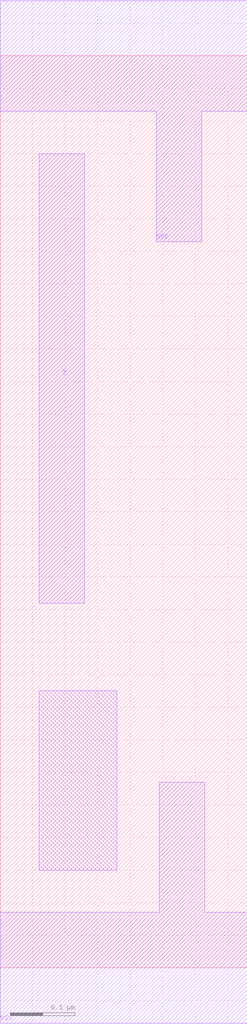
<source format=lef>
# 
# ******************************************************************************
# *                                                                            *
# *                   Copyright (C) 2004-2010, Nangate Inc.                    *
# *                           All rights reserved.                             *
# *                                                                            *
# * Nangate and the Nangate logo are trademarks of Nangate Inc.                *
# *                                                                            *
# * All trademarks, logos, software marks, and trade names (collectively the   *
# * "Marks") in this program are proprietary to Nangate or other respective    *
# * owners that have granted Nangate the right and license to use such Marks.  *
# * You are not permitted to use the Marks without the prior written consent   *
# * of Nangate or such third party that may own the Marks.                     *
# *                                                                            *
# * This file has been provided pursuant to a License Agreement containing     *
# * restrictions on its use. This file contains valuable trade secrets and     *
# * proprietary information of Nangate Inc., and is protected by U.S. and      *
# * international laws and/or treaties.                                        *
# *                                                                            *
# * The copyright notice(s) in this file does not indicate actual or intended  *
# * publication of this file.                                                  *
# *                                                                            *
# *     NGLibraryCreator, v2010.08-HR32-SP3-2010-08-05 - build 1009061800      *
# *                                                                            *
# ******************************************************************************
# 
# 
# Running on brazil06.nangate.com.br for user Giancarlo Franciscatto (gfr).
# Local time is now Fri, 3 Dec 2010, 19:32:18.
# Main process id is 27821.

VERSION 5.6 ;
BUSBITCHARS "[]" ;
DIVIDERCHAR "/" ;

MACRO LOGIC1_X1
  CLASS core ;
  FOREIGN LOGIC1_X1 0.0 0.0 ;
  ORIGIN 0 0 ;
  SYMMETRY X Y ;
  SITE FreePDK45_38x28_10R_NP_162NW_34O ;
  SIZE 0.38 BY 1.4 ;
  PIN Z
    DIRECTION OUTPUT ;
    ANTENNAPARTIALMETALAREA 0.0483 LAYER metal1 ;
    ANTENNAPARTIALMETALSIDEAREA 0.1976 LAYER metal1 ;
    ANTENNADIFFAREA 0.014175 ;
    PORT
      LAYER metal1 ;
        POLYGON 0.06 0.56 0.13 0.56 0.13 1.25 0.06 1.25  ;
    END
  END Z
  PIN VDD
    DIRECTION INOUT ;
    USE power ;
    SHAPE ABUTMENT ;
    PORT
      LAYER metal1 ;
        POLYGON 0 1.315 0.18 1.315 0.24 1.315 0.24 1.115 0.31 1.115 0.31 1.315 0.38 1.315 0.38 1.485 0.18 1.485 0 1.485  ;
    END
  END VDD
  PIN VSS
    DIRECTION INOUT ;
    USE ground ;
    SHAPE ABUTMENT ;
    PORT
      LAYER metal1 ;
        POLYGON 0 -0.085 0.38 -0.085 0.38 0.085 0.315 0.085 0.315 0.285 0.245 0.285 0.245 0.085 0 0.085  ;
    END
  END VSS
  OBS
      LAYER metal1 ;
        POLYGON 0.06 0.15 0.18 0.15 0.18 0.425 0.06 0.425  ;
  END
END LOGIC1_X1

END LIBRARY
#
# End of file
#

</source>
